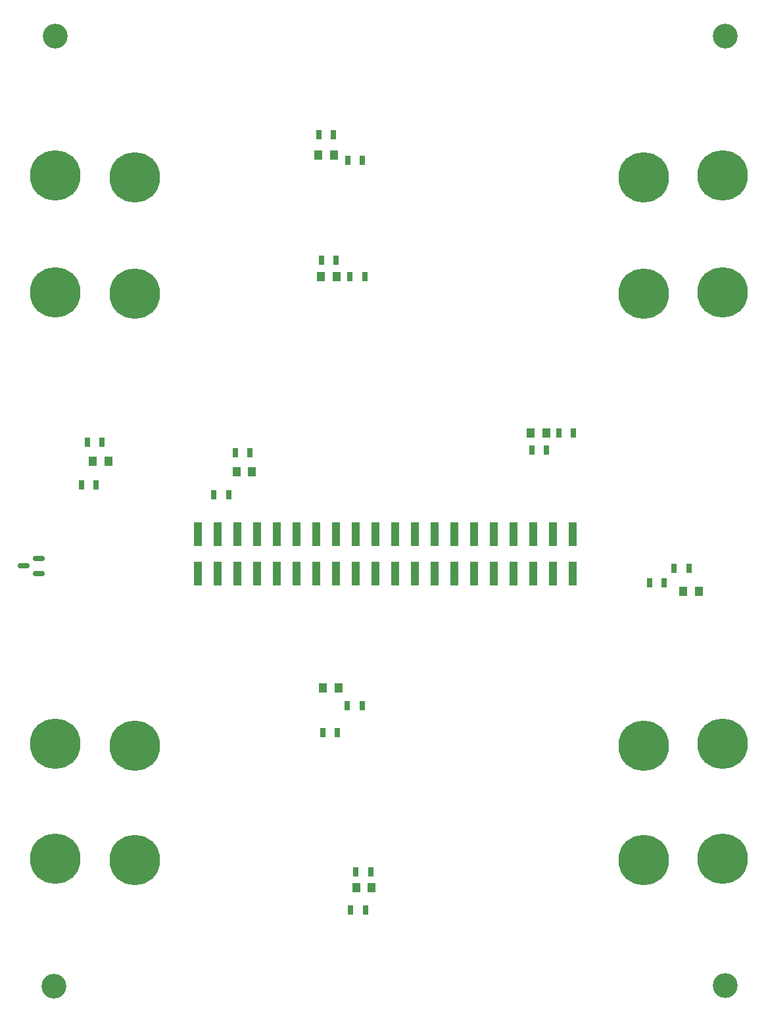
<source format=gbr>
G04 #@! TF.GenerationSoftware,KiCad,Pcbnew,6.0.6+dfsg-1~bpo11+1*
G04 #@! TF.CreationDate,2023-05-18T15:28:19+02:00*
G04 #@! TF.ProjectId,panelcopyforliningupwithjacks,70616e65-6c63-46f7-9079-666f726c696e,rev?*
G04 #@! TF.SameCoordinates,Original*
G04 #@! TF.FileFunction,Soldermask,Bot*
G04 #@! TF.FilePolarity,Negative*
%FSLAX46Y46*%
G04 Gerber Fmt 4.6, Leading zero omitted, Abs format (unit mm)*
G04 Created by KiCad (PCBNEW 6.0.6+dfsg-1~bpo11+1) date 2023-05-18 15:28:19*
%MOMM*%
%LPD*%
G01*
G04 APERTURE LIST*
G04 Aperture macros list*
%AMRoundRect*
0 Rectangle with rounded corners*
0 $1 Rounding radius*
0 $2 $3 $4 $5 $6 $7 $8 $9 X,Y pos of 4 corners*
0 Add a 4 corners polygon primitive as box body*
4,1,4,$2,$3,$4,$5,$6,$7,$8,$9,$2,$3,0*
0 Add four circle primitives for the rounded corners*
1,1,$1+$1,$2,$3*
1,1,$1+$1,$4,$5*
1,1,$1+$1,$6,$7*
1,1,$1+$1,$8,$9*
0 Add four rect primitives between the rounded corners*
20,1,$1+$1,$2,$3,$4,$5,0*
20,1,$1+$1,$4,$5,$6,$7,0*
20,1,$1+$1,$6,$7,$8,$9,0*
20,1,$1+$1,$8,$9,$2,$3,0*%
G04 Aperture macros list end*
%ADD10C,3.200000*%
%ADD11C,6.500000*%
%ADD12R,1.000000X3.150000*%
%ADD13R,0.700000X1.300000*%
%ADD14R,1.000000X1.250000*%
%ADD15RoundRect,0.150000X0.587500X0.150000X-0.587500X0.150000X-0.587500X-0.150000X0.587500X-0.150000X0*%
G04 APERTURE END LIST*
D10*
X59350000Y-159900000D03*
X145800000Y-37500000D03*
X145750000Y-159850000D03*
X59450000Y-37500000D03*
D11*
X135300000Y-55680000D03*
X145450000Y-55450000D03*
X145450000Y-70450000D03*
X135300000Y-70680000D03*
X59450000Y-143450000D03*
X69700000Y-128880000D03*
X59450000Y-128650000D03*
X69700000Y-143680000D03*
X69700000Y-55680000D03*
X59450000Y-55450000D03*
X69700000Y-70680000D03*
X59450000Y-70450000D03*
X145450000Y-143450000D03*
X135300000Y-143680000D03*
X135300000Y-128880000D03*
X145450000Y-128650000D03*
D12*
X126155000Y-106725000D03*
X126155000Y-101675000D03*
X123615000Y-106725000D03*
X123615000Y-101675000D03*
X121075000Y-106725000D03*
X121075000Y-101675000D03*
X118535000Y-106725000D03*
X118535000Y-101675000D03*
X115995000Y-106725000D03*
X115995000Y-101675000D03*
X113455000Y-106725000D03*
X113455000Y-101675000D03*
X110915000Y-106725000D03*
X110915000Y-101675000D03*
X108375000Y-106725000D03*
X108375000Y-101675000D03*
X105835000Y-106725000D03*
X105835000Y-101675000D03*
X103295000Y-106725000D03*
X103295000Y-101675000D03*
X100755000Y-106725000D03*
X100755000Y-101675000D03*
X98215000Y-106725000D03*
X98215000Y-101675000D03*
X95675000Y-106725000D03*
X95675000Y-101675000D03*
X93135000Y-106725000D03*
X93135000Y-101675000D03*
X90595000Y-106725000D03*
X90595000Y-101675000D03*
X88055000Y-106725000D03*
X88055000Y-101675000D03*
X85515000Y-106725000D03*
X85515000Y-101675000D03*
X82975000Y-106725000D03*
X82975000Y-101675000D03*
X80435000Y-106725000D03*
X80435000Y-101675000D03*
X77895000Y-106725000D03*
X77895000Y-101675000D03*
D13*
X95300000Y-50175000D03*
X93400000Y-50175000D03*
X95650000Y-66375000D03*
X93750000Y-66375000D03*
X100110000Y-145140000D03*
X98210000Y-145140000D03*
X95825000Y-127250000D03*
X93925000Y-127250000D03*
X139175000Y-106025000D03*
X141075000Y-106025000D03*
X122750000Y-90825000D03*
X120850000Y-90825000D03*
X63625000Y-89825000D03*
X65525000Y-89825000D03*
X82675000Y-91150000D03*
X84575000Y-91150000D03*
X97100000Y-123775000D03*
X99000000Y-123775000D03*
D14*
X98225000Y-147175000D03*
X100225000Y-147175000D03*
X93975000Y-121475000D03*
X95975000Y-121475000D03*
D13*
X99425000Y-150100000D03*
X97525000Y-150100000D03*
X62875000Y-95300000D03*
X64775000Y-95300000D03*
D14*
X66350000Y-92275000D03*
X64350000Y-92275000D03*
X84825000Y-93600000D03*
X82825000Y-93600000D03*
D13*
X79900000Y-96590000D03*
X81800000Y-96590000D03*
D14*
X93700000Y-68450000D03*
X95700000Y-68450000D03*
D13*
X99325000Y-68425000D03*
X97425000Y-68425000D03*
X126240000Y-88590000D03*
X124340000Y-88590000D03*
D14*
X120700000Y-88600000D03*
X122700000Y-88600000D03*
D13*
X136000000Y-107910000D03*
X137900000Y-107910000D03*
D14*
X142340000Y-108990000D03*
X140340000Y-108990000D03*
X93375000Y-52800000D03*
X95375000Y-52800000D03*
D13*
X99030000Y-53490000D03*
X97130000Y-53490000D03*
D15*
X57337500Y-104790000D03*
X57337500Y-106690000D03*
X55462500Y-105740000D03*
M02*

</source>
